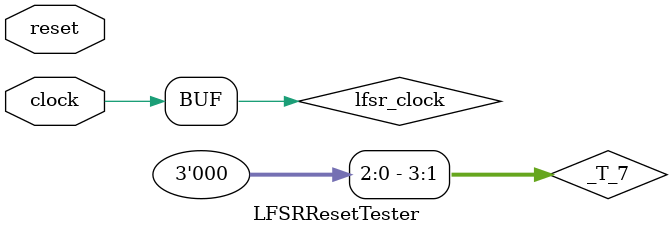
<source format=v>
module FooLFSR(
  input   clock,
  input   reset,
  input   io_seed_valid,
  output  io_out_0
);
  reg  state_0; // @[PRNG.scala 47:50]
  reg [31:0] _RAND_0;
  wire  _GEN_4; // @[PRNG.scala 65:25]
  assign _GEN_4 = io_seed_valid ? 1'h0 : state_0; // @[PRNG.scala 65:25]
  assign io_out_0 = state_0; // @[PRNG.scala 69:10]
`ifdef RANDOMIZE_GARBAGE_ASSIGN
`define RANDOMIZE
`endif
`ifdef RANDOMIZE_INVALID_ASSIGN
`define RANDOMIZE
`endif
`ifdef RANDOMIZE_REG_INIT
`define RANDOMIZE
`endif
`ifdef RANDOMIZE_MEM_INIT
`define RANDOMIZE
`endif
`ifndef RANDOM
`define RANDOM $random
`endif
`ifdef RANDOMIZE_MEM_INIT
  integer initvar;
`endif
initial begin
  `ifdef RANDOMIZE
    `ifdef INIT_RANDOM
      `INIT_RANDOM
    `endif
    `ifndef VERILATOR
      `ifdef RANDOMIZE_DELAY
        #`RANDOMIZE_DELAY begin end
      `else
        #0.002 begin end
      `endif
    `endif
  `ifdef RANDOMIZE_REG_INIT
  _RAND_0 = {1{`RANDOM}};
  state_0 = _RAND_0[0:0];
  `endif // RANDOMIZE_REG_INIT
  `endif // RANDOMIZE
end
  always @(posedge clock) begin
    state_0 <= reset | _GEN_4;
  end
endmodule
module LFSRResetTester(
  input   clock,
  input   reset
);
  wire  lfsr_clock; // @[LFSRSpec.scala 26:20]
  wire  lfsr_reset; // @[LFSRSpec.scala 26:20]
  wire  lfsr_io_seed_valid; // @[LFSRSpec.scala 26:20]
  wire  lfsr_io_out_0; // @[LFSRSpec.scala 26:20]
  reg [2:0] value; // @[Counter.scala 29:33]
  reg [31:0] _RAND_0;
  wire  done; // @[Counter.scala 37:24]
  wire [2:0] _T_2; // @[Counter.scala 38:22]
  wire  _T_4; // @[LFSRSpec.scala 37:15]
  wire [3:0] _T_7; // @[LFSRSpec.scala 38:24]
  wire  _T_8; // @[LFSRSpec.scala 38:31]
  wire  _T_10; // @[LFSRSpec.scala 38:11]
  wire  _T_11; // @[LFSRSpec.scala 38:11]
  wire  _T_17; // @[LFSRSpec.scala 44:31]
  wire  _T_19; // @[LFSRSpec.scala 44:11]
  wire  _T_20; // @[LFSRSpec.scala 44:11]
  wire  _T_22; // @[LFSRSpec.scala 48:9]
  FooLFSR lfsr ( // @[LFSRSpec.scala 26:20]
    .clock(lfsr_clock),
    .reset(lfsr_reset),
    .io_seed_valid(lfsr_io_seed_valid),
    .io_out_0(lfsr_io_out_0)
  );
  assign done = value == 3'h4; // @[Counter.scala 37:24]
  assign _T_2 = value + 3'h1; // @[Counter.scala 38:22]
  assign _T_4 = value == 3'h2; // @[LFSRSpec.scala 37:15]
  assign _T_7 = {2'h0,1'h0,lfsr_io_out_0}; // @[LFSRSpec.scala 38:24]
  assign _T_8 = _T_7 == 4'h0; // @[LFSRSpec.scala 38:31]
  assign _T_10 = _T_8 | reset; // @[LFSRSpec.scala 38:11]
  assign _T_11 = _T_10 == 1'h0; // @[LFSRSpec.scala 38:11]
  assign _T_17 = _T_7 != 4'h0; // @[LFSRSpec.scala 44:31]
  assign _T_19 = _T_17 | reset; // @[LFSRSpec.scala 44:11]
  assign _T_20 = _T_19 == 1'h0; // @[LFSRSpec.scala 44:11]
  assign _T_22 = reset == 1'h0; // @[LFSRSpec.scala 48:9]
  assign lfsr_clock = clock;
  assign lfsr_reset = value == 3'h3; // @[LFSRSpec.scala 41:14]
  assign lfsr_io_seed_valid = value == 3'h1; // @[LFSRSpec.scala 27:22 LFSRSpec.scala 33:22]
`ifdef RANDOMIZE_GARBAGE_ASSIGN
`define RANDOMIZE
`endif
`ifdef RANDOMIZE_INVALID_ASSIGN
`define RANDOMIZE
`endif
`ifdef RANDOMIZE_REG_INIT
`define RANDOMIZE
`endif
`ifdef RANDOMIZE_MEM_INIT
`define RANDOMIZE
`endif
`ifndef RANDOM
`define RANDOM $random
`endif
`ifdef RANDOMIZE_MEM_INIT
  integer initvar;
`endif
initial begin
  `ifdef RANDOMIZE
    `ifdef INIT_RANDOM
      `INIT_RANDOM
    `endif
    `ifndef VERILATOR
      `ifdef RANDOMIZE_DELAY
        #`RANDOMIZE_DELAY begin end
      `else
        #0.002 begin end
      `endif
    `endif
  `ifdef RANDOMIZE_REG_INIT
  _RAND_0 = {1{`RANDOM}};
  value = _RAND_0[2:0];
  `endif // RANDOMIZE_REG_INIT
  `endif // RANDOMIZE
end
  always @(posedge clock) begin
    if (reset) begin
      value <= 3'h0;
    end else begin
      if (done) begin
        value <= 3'h0;
      end else begin
        value <= _T_2;
      end
    end
    `ifndef SYNTHESIS
    `ifdef PRINTF_COND
      if (`PRINTF_COND) begin
    `endif
        if (_T_4 & _T_11) begin
          $fwrite(32'h80000002,"Assertion failed: LFSR is NOT locked up, but should be!\n    at LFSRSpec.scala:38 assert(lfsr.io.out.asUInt === lockUpValue.U, \"LFSR is NOT locked up, but should be!\")\n"); // @[LFSRSpec.scala 38:11]
        end
    `ifdef PRINTF_COND
      end
    `endif
    `endif // SYNTHESIS
    `ifndef SYNTHESIS
    `ifdef STOP_COND
      if (`STOP_COND) begin
    `endif
        if (_T_4 & _T_11) begin
          $fatal; // @[LFSRSpec.scala 38:11]
        end
    `ifdef STOP_COND
      end
    `endif
    `endif // SYNTHESIS
    `ifndef SYNTHESIS
    `ifdef PRINTF_COND
      if (`PRINTF_COND) begin
    `endif
        if (done & _T_20) begin
          $fwrite(32'h80000002,"Assertion failed: LFSR is locked up, but should not be after reset!\n    at LFSRSpec.scala:44 assert(lfsr.io.out.asUInt =/= lockUpValue.U, \"LFSR is locked up, but should not be after reset!\")\n"); // @[LFSRSpec.scala 44:11]
        end
    `ifdef PRINTF_COND
      end
    `endif
    `endif // SYNTHESIS
    `ifndef SYNTHESIS
    `ifdef STOP_COND
      if (`STOP_COND) begin
    `endif
        if (done & _T_20) begin
          $fatal; // @[LFSRSpec.scala 44:11]
        end
    `ifdef STOP_COND
      end
    `endif
    `endif // SYNTHESIS
    `ifndef SYNTHESIS
    `ifdef STOP_COND
      if (`STOP_COND) begin
    `endif
        if (done & _T_22) begin
          $finish; // @[LFSRSpec.scala 48:9]
        end
    `ifdef STOP_COND
      end
    `endif
    `endif // SYNTHESIS
  end
endmodule

</source>
